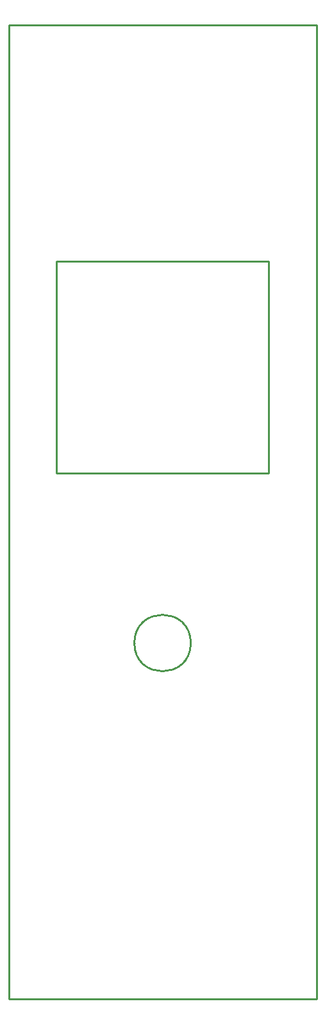
<source format=gko>
G04 Layer: BoardOutlineLayer*
G04 EasyEDA v6.5.29, 2023-07-18 11:26:45*
G04 dee4f192ebb34c66a732ff03969ef4b9,5a6b42c53f6a479593ecc07194224c93,10*
G04 Gerber Generator version 0.2*
G04 Scale: 100 percent, Rotated: No, Reflected: No *
G04 Dimensions in millimeters *
G04 leading zeros omitted , absolute positions ,4 integer and 5 decimal *
%FSLAX45Y45*%
%MOMM*%

%ADD10C,0.2540*%
D10*
X0Y12839700D02*
G01*
X4064000Y12839700D01*
X4064000Y0D01*
X0Y0D01*
X0Y12839700D01*
G75*
G01*
X1659334Y4689584D02*
G02*
X2404732Y4689584I372699J0D01*
G75*
G01*
X2404732Y4689584D02*
G02*
X1659334Y4689584I-372699J0D01*
X1659333Y4689584D02*
G01*
X1659333Y4689584D01*
X631118Y9727793D02*
G01*
X631118Y6927799D01*
X631118Y6927799D02*
G01*
X3431113Y6927799D01*
X3431113Y6927799D02*
G01*
X3431113Y9727793D01*
X3431113Y9727793D02*
G01*
X631118Y9727793D01*

%LPD*%
M02*

</source>
